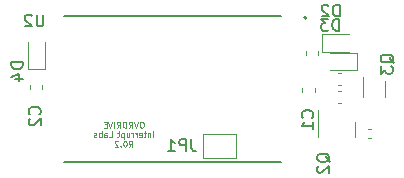
<source format=gbr>
%TF.GenerationSoftware,KiCad,Pcbnew,(7.0.0)*%
%TF.CreationDate,2023-03-08T14:18:51-08:00*%
%TF.ProjectId,ovrdrive,6f767264-7269-4766-952e-6b696361645f,rev?*%
%TF.SameCoordinates,Original*%
%TF.FileFunction,Legend,Bot*%
%TF.FilePolarity,Positive*%
%FSLAX46Y46*%
G04 Gerber Fmt 4.6, Leading zero omitted, Abs format (unit mm)*
G04 Created by KiCad (PCBNEW (7.0.0)) date 2023-03-08 14:18:51*
%MOMM*%
%LPD*%
G01*
G04 APERTURE LIST*
%ADD10C,0.125000*%
%ADD11C,0.150000*%
%ADD12C,0.120000*%
%ADD13C,0.200000*%
%ADD14C,0.127000*%
G04 APERTURE END LIST*
D10*
X122871428Y-106973690D02*
X122776190Y-106973690D01*
X122776190Y-106973690D02*
X122728571Y-106997500D01*
X122728571Y-106997500D02*
X122680952Y-107045119D01*
X122680952Y-107045119D02*
X122657142Y-107140357D01*
X122657142Y-107140357D02*
X122657142Y-107307023D01*
X122657142Y-107307023D02*
X122680952Y-107402261D01*
X122680952Y-107402261D02*
X122728571Y-107449880D01*
X122728571Y-107449880D02*
X122776190Y-107473690D01*
X122776190Y-107473690D02*
X122871428Y-107473690D01*
X122871428Y-107473690D02*
X122919047Y-107449880D01*
X122919047Y-107449880D02*
X122966666Y-107402261D01*
X122966666Y-107402261D02*
X122990475Y-107307023D01*
X122990475Y-107307023D02*
X122990475Y-107140357D01*
X122990475Y-107140357D02*
X122966666Y-107045119D01*
X122966666Y-107045119D02*
X122919047Y-106997500D01*
X122919047Y-106997500D02*
X122871428Y-106973690D01*
X122514284Y-106973690D02*
X122347618Y-107473690D01*
X122347618Y-107473690D02*
X122180951Y-106973690D01*
X121728571Y-107473690D02*
X121895237Y-107235595D01*
X122014285Y-107473690D02*
X122014285Y-106973690D01*
X122014285Y-106973690D02*
X121823809Y-106973690D01*
X121823809Y-106973690D02*
X121776190Y-106997500D01*
X121776190Y-106997500D02*
X121752380Y-107021309D01*
X121752380Y-107021309D02*
X121728571Y-107068928D01*
X121728571Y-107068928D02*
X121728571Y-107140357D01*
X121728571Y-107140357D02*
X121752380Y-107187976D01*
X121752380Y-107187976D02*
X121776190Y-107211785D01*
X121776190Y-107211785D02*
X121823809Y-107235595D01*
X121823809Y-107235595D02*
X122014285Y-107235595D01*
X121514285Y-107473690D02*
X121514285Y-106973690D01*
X121514285Y-106973690D02*
X121395237Y-106973690D01*
X121395237Y-106973690D02*
X121323809Y-106997500D01*
X121323809Y-106997500D02*
X121276190Y-107045119D01*
X121276190Y-107045119D02*
X121252380Y-107092738D01*
X121252380Y-107092738D02*
X121228571Y-107187976D01*
X121228571Y-107187976D02*
X121228571Y-107259404D01*
X121228571Y-107259404D02*
X121252380Y-107354642D01*
X121252380Y-107354642D02*
X121276190Y-107402261D01*
X121276190Y-107402261D02*
X121323809Y-107449880D01*
X121323809Y-107449880D02*
X121395237Y-107473690D01*
X121395237Y-107473690D02*
X121514285Y-107473690D01*
X120728571Y-107473690D02*
X120895237Y-107235595D01*
X121014285Y-107473690D02*
X121014285Y-106973690D01*
X121014285Y-106973690D02*
X120823809Y-106973690D01*
X120823809Y-106973690D02*
X120776190Y-106997500D01*
X120776190Y-106997500D02*
X120752380Y-107021309D01*
X120752380Y-107021309D02*
X120728571Y-107068928D01*
X120728571Y-107068928D02*
X120728571Y-107140357D01*
X120728571Y-107140357D02*
X120752380Y-107187976D01*
X120752380Y-107187976D02*
X120776190Y-107211785D01*
X120776190Y-107211785D02*
X120823809Y-107235595D01*
X120823809Y-107235595D02*
X121014285Y-107235595D01*
X120514285Y-107473690D02*
X120514285Y-106973690D01*
X120347618Y-106973690D02*
X120180952Y-107473690D01*
X120180952Y-107473690D02*
X120014285Y-106973690D01*
X119847619Y-107211785D02*
X119680952Y-107211785D01*
X119609524Y-107473690D02*
X119847619Y-107473690D01*
X119847619Y-107473690D02*
X119847619Y-106973690D01*
X119847619Y-106973690D02*
X119609524Y-106973690D01*
X123795237Y-108283690D02*
X123795237Y-107783690D01*
X123557142Y-107950357D02*
X123557142Y-108283690D01*
X123557142Y-107997976D02*
X123533332Y-107974166D01*
X123533332Y-107974166D02*
X123485713Y-107950357D01*
X123485713Y-107950357D02*
X123414285Y-107950357D01*
X123414285Y-107950357D02*
X123366666Y-107974166D01*
X123366666Y-107974166D02*
X123342856Y-108021785D01*
X123342856Y-108021785D02*
X123342856Y-108283690D01*
X123176189Y-107950357D02*
X122985713Y-107950357D01*
X123104761Y-107783690D02*
X123104761Y-108212261D01*
X123104761Y-108212261D02*
X123080951Y-108259880D01*
X123080951Y-108259880D02*
X123033332Y-108283690D01*
X123033332Y-108283690D02*
X122985713Y-108283690D01*
X122628571Y-108259880D02*
X122676190Y-108283690D01*
X122676190Y-108283690D02*
X122771428Y-108283690D01*
X122771428Y-108283690D02*
X122819047Y-108259880D01*
X122819047Y-108259880D02*
X122842856Y-108212261D01*
X122842856Y-108212261D02*
X122842856Y-108021785D01*
X122842856Y-108021785D02*
X122819047Y-107974166D01*
X122819047Y-107974166D02*
X122771428Y-107950357D01*
X122771428Y-107950357D02*
X122676190Y-107950357D01*
X122676190Y-107950357D02*
X122628571Y-107974166D01*
X122628571Y-107974166D02*
X122604761Y-108021785D01*
X122604761Y-108021785D02*
X122604761Y-108069404D01*
X122604761Y-108069404D02*
X122842856Y-108117023D01*
X122390476Y-108283690D02*
X122390476Y-107950357D01*
X122390476Y-108045595D02*
X122366666Y-107997976D01*
X122366666Y-107997976D02*
X122342857Y-107974166D01*
X122342857Y-107974166D02*
X122295238Y-107950357D01*
X122295238Y-107950357D02*
X122247619Y-107950357D01*
X122080952Y-108283690D02*
X122080952Y-107950357D01*
X122080952Y-108045595D02*
X122057142Y-107997976D01*
X122057142Y-107997976D02*
X122033333Y-107974166D01*
X122033333Y-107974166D02*
X121985714Y-107950357D01*
X121985714Y-107950357D02*
X121938095Y-107950357D01*
X121557142Y-107950357D02*
X121557142Y-108283690D01*
X121771428Y-107950357D02*
X121771428Y-108212261D01*
X121771428Y-108212261D02*
X121747618Y-108259880D01*
X121747618Y-108259880D02*
X121699999Y-108283690D01*
X121699999Y-108283690D02*
X121628571Y-108283690D01*
X121628571Y-108283690D02*
X121580952Y-108259880D01*
X121580952Y-108259880D02*
X121557142Y-108236071D01*
X121319047Y-107950357D02*
X121319047Y-108450357D01*
X121319047Y-107974166D02*
X121271428Y-107950357D01*
X121271428Y-107950357D02*
X121176190Y-107950357D01*
X121176190Y-107950357D02*
X121128571Y-107974166D01*
X121128571Y-107974166D02*
X121104761Y-107997976D01*
X121104761Y-107997976D02*
X121080952Y-108045595D01*
X121080952Y-108045595D02*
X121080952Y-108188452D01*
X121080952Y-108188452D02*
X121104761Y-108236071D01*
X121104761Y-108236071D02*
X121128571Y-108259880D01*
X121128571Y-108259880D02*
X121176190Y-108283690D01*
X121176190Y-108283690D02*
X121271428Y-108283690D01*
X121271428Y-108283690D02*
X121319047Y-108259880D01*
X120938094Y-107950357D02*
X120747618Y-107950357D01*
X120866666Y-107783690D02*
X120866666Y-108212261D01*
X120866666Y-108212261D02*
X120842856Y-108259880D01*
X120842856Y-108259880D02*
X120795237Y-108283690D01*
X120795237Y-108283690D02*
X120747618Y-108283690D01*
X120042857Y-108283690D02*
X120280952Y-108283690D01*
X120280952Y-108283690D02*
X120280952Y-107783690D01*
X119661904Y-108283690D02*
X119661904Y-108021785D01*
X119661904Y-108021785D02*
X119685714Y-107974166D01*
X119685714Y-107974166D02*
X119733333Y-107950357D01*
X119733333Y-107950357D02*
X119828571Y-107950357D01*
X119828571Y-107950357D02*
X119876190Y-107974166D01*
X119661904Y-108259880D02*
X119709523Y-108283690D01*
X119709523Y-108283690D02*
X119828571Y-108283690D01*
X119828571Y-108283690D02*
X119876190Y-108259880D01*
X119876190Y-108259880D02*
X119899999Y-108212261D01*
X119899999Y-108212261D02*
X119899999Y-108164642D01*
X119899999Y-108164642D02*
X119876190Y-108117023D01*
X119876190Y-108117023D02*
X119828571Y-108093214D01*
X119828571Y-108093214D02*
X119709523Y-108093214D01*
X119709523Y-108093214D02*
X119661904Y-108069404D01*
X119423809Y-108283690D02*
X119423809Y-107783690D01*
X119423809Y-107974166D02*
X119376190Y-107950357D01*
X119376190Y-107950357D02*
X119280952Y-107950357D01*
X119280952Y-107950357D02*
X119233333Y-107974166D01*
X119233333Y-107974166D02*
X119209523Y-107997976D01*
X119209523Y-107997976D02*
X119185714Y-108045595D01*
X119185714Y-108045595D02*
X119185714Y-108188452D01*
X119185714Y-108188452D02*
X119209523Y-108236071D01*
X119209523Y-108236071D02*
X119233333Y-108259880D01*
X119233333Y-108259880D02*
X119280952Y-108283690D01*
X119280952Y-108283690D02*
X119376190Y-108283690D01*
X119376190Y-108283690D02*
X119423809Y-108259880D01*
X118995237Y-108259880D02*
X118947618Y-108283690D01*
X118947618Y-108283690D02*
X118852380Y-108283690D01*
X118852380Y-108283690D02*
X118804761Y-108259880D01*
X118804761Y-108259880D02*
X118780952Y-108212261D01*
X118780952Y-108212261D02*
X118780952Y-108188452D01*
X118780952Y-108188452D02*
X118804761Y-108140833D01*
X118804761Y-108140833D02*
X118852380Y-108117023D01*
X118852380Y-108117023D02*
X118923809Y-108117023D01*
X118923809Y-108117023D02*
X118971428Y-108093214D01*
X118971428Y-108093214D02*
X118995237Y-108045595D01*
X118995237Y-108045595D02*
X118995237Y-108021785D01*
X118995237Y-108021785D02*
X118971428Y-107974166D01*
X118971428Y-107974166D02*
X118923809Y-107950357D01*
X118923809Y-107950357D02*
X118852380Y-107950357D01*
X118852380Y-107950357D02*
X118804761Y-107974166D01*
X121740475Y-109093690D02*
X121907141Y-108855595D01*
X122026189Y-109093690D02*
X122026189Y-108593690D01*
X122026189Y-108593690D02*
X121835713Y-108593690D01*
X121835713Y-108593690D02*
X121788094Y-108617500D01*
X121788094Y-108617500D02*
X121764284Y-108641309D01*
X121764284Y-108641309D02*
X121740475Y-108688928D01*
X121740475Y-108688928D02*
X121740475Y-108760357D01*
X121740475Y-108760357D02*
X121764284Y-108807976D01*
X121764284Y-108807976D02*
X121788094Y-108831785D01*
X121788094Y-108831785D02*
X121835713Y-108855595D01*
X121835713Y-108855595D02*
X122026189Y-108855595D01*
X121430951Y-108593690D02*
X121383332Y-108593690D01*
X121383332Y-108593690D02*
X121335713Y-108617500D01*
X121335713Y-108617500D02*
X121311903Y-108641309D01*
X121311903Y-108641309D02*
X121288094Y-108688928D01*
X121288094Y-108688928D02*
X121264284Y-108784166D01*
X121264284Y-108784166D02*
X121264284Y-108903214D01*
X121264284Y-108903214D02*
X121288094Y-108998452D01*
X121288094Y-108998452D02*
X121311903Y-109046071D01*
X121311903Y-109046071D02*
X121335713Y-109069880D01*
X121335713Y-109069880D02*
X121383332Y-109093690D01*
X121383332Y-109093690D02*
X121430951Y-109093690D01*
X121430951Y-109093690D02*
X121478570Y-109069880D01*
X121478570Y-109069880D02*
X121502379Y-109046071D01*
X121502379Y-109046071D02*
X121526189Y-108998452D01*
X121526189Y-108998452D02*
X121549998Y-108903214D01*
X121549998Y-108903214D02*
X121549998Y-108784166D01*
X121549998Y-108784166D02*
X121526189Y-108688928D01*
X121526189Y-108688928D02*
X121502379Y-108641309D01*
X121502379Y-108641309D02*
X121478570Y-108617500D01*
X121478570Y-108617500D02*
X121430951Y-108593690D01*
X121049999Y-109046071D02*
X121026189Y-109069880D01*
X121026189Y-109069880D02*
X121049999Y-109093690D01*
X121049999Y-109093690D02*
X121073808Y-109069880D01*
X121073808Y-109069880D02*
X121049999Y-109046071D01*
X121049999Y-109046071D02*
X121049999Y-109093690D01*
X120835713Y-108641309D02*
X120811904Y-108617500D01*
X120811904Y-108617500D02*
X120764285Y-108593690D01*
X120764285Y-108593690D02*
X120645237Y-108593690D01*
X120645237Y-108593690D02*
X120597618Y-108617500D01*
X120597618Y-108617500D02*
X120573809Y-108641309D01*
X120573809Y-108641309D02*
X120549999Y-108688928D01*
X120549999Y-108688928D02*
X120549999Y-108736547D01*
X120549999Y-108736547D02*
X120573809Y-108807976D01*
X120573809Y-108807976D02*
X120859523Y-109093690D01*
X120859523Y-109093690D02*
X120549999Y-109093690D01*
D11*
%TO.C,D2*%
X139588094Y-98067380D02*
X139588094Y-97067380D01*
X139588094Y-97067380D02*
X139349999Y-97067380D01*
X139349999Y-97067380D02*
X139207142Y-97115000D01*
X139207142Y-97115000D02*
X139111904Y-97210238D01*
X139111904Y-97210238D02*
X139064285Y-97305476D01*
X139064285Y-97305476D02*
X139016666Y-97495952D01*
X139016666Y-97495952D02*
X139016666Y-97638809D01*
X139016666Y-97638809D02*
X139064285Y-97829285D01*
X139064285Y-97829285D02*
X139111904Y-97924523D01*
X139111904Y-97924523D02*
X139207142Y-98019761D01*
X139207142Y-98019761D02*
X139349999Y-98067380D01*
X139349999Y-98067380D02*
X139588094Y-98067380D01*
X138635713Y-97162619D02*
X138588094Y-97115000D01*
X138588094Y-97115000D02*
X138492856Y-97067380D01*
X138492856Y-97067380D02*
X138254761Y-97067380D01*
X138254761Y-97067380D02*
X138159523Y-97115000D01*
X138159523Y-97115000D02*
X138111904Y-97162619D01*
X138111904Y-97162619D02*
X138064285Y-97257857D01*
X138064285Y-97257857D02*
X138064285Y-97353095D01*
X138064285Y-97353095D02*
X138111904Y-97495952D01*
X138111904Y-97495952D02*
X138683332Y-98067380D01*
X138683332Y-98067380D02*
X138064285Y-98067380D01*
%TO.C,C2*%
X114172142Y-106333333D02*
X114219761Y-106285714D01*
X114219761Y-106285714D02*
X114267380Y-106142857D01*
X114267380Y-106142857D02*
X114267380Y-106047619D01*
X114267380Y-106047619D02*
X114219761Y-105904762D01*
X114219761Y-105904762D02*
X114124523Y-105809524D01*
X114124523Y-105809524D02*
X114029285Y-105761905D01*
X114029285Y-105761905D02*
X113838809Y-105714286D01*
X113838809Y-105714286D02*
X113695952Y-105714286D01*
X113695952Y-105714286D02*
X113505476Y-105761905D01*
X113505476Y-105761905D02*
X113410238Y-105809524D01*
X113410238Y-105809524D02*
X113315000Y-105904762D01*
X113315000Y-105904762D02*
X113267380Y-106047619D01*
X113267380Y-106047619D02*
X113267380Y-106142857D01*
X113267380Y-106142857D02*
X113315000Y-106285714D01*
X113315000Y-106285714D02*
X113362619Y-106333333D01*
X113362619Y-106714286D02*
X113315000Y-106761905D01*
X113315000Y-106761905D02*
X113267380Y-106857143D01*
X113267380Y-106857143D02*
X113267380Y-107095238D01*
X113267380Y-107095238D02*
X113315000Y-107190476D01*
X113315000Y-107190476D02*
X113362619Y-107238095D01*
X113362619Y-107238095D02*
X113457857Y-107285714D01*
X113457857Y-107285714D02*
X113553095Y-107285714D01*
X113553095Y-107285714D02*
X113695952Y-107238095D01*
X113695952Y-107238095D02*
X114267380Y-106666667D01*
X114267380Y-106666667D02*
X114267380Y-107285714D01*
%TO.C,JP1*%
X127033333Y-108467380D02*
X127033333Y-109181666D01*
X127033333Y-109181666D02*
X127080952Y-109324523D01*
X127080952Y-109324523D02*
X127176190Y-109419761D01*
X127176190Y-109419761D02*
X127319047Y-109467380D01*
X127319047Y-109467380D02*
X127414285Y-109467380D01*
X126557142Y-109467380D02*
X126557142Y-108467380D01*
X126557142Y-108467380D02*
X126176190Y-108467380D01*
X126176190Y-108467380D02*
X126080952Y-108515000D01*
X126080952Y-108515000D02*
X126033333Y-108562619D01*
X126033333Y-108562619D02*
X125985714Y-108657857D01*
X125985714Y-108657857D02*
X125985714Y-108800714D01*
X125985714Y-108800714D02*
X126033333Y-108895952D01*
X126033333Y-108895952D02*
X126080952Y-108943571D01*
X126080952Y-108943571D02*
X126176190Y-108991190D01*
X126176190Y-108991190D02*
X126557142Y-108991190D01*
X125033333Y-109467380D02*
X125604761Y-109467380D01*
X125319047Y-109467380D02*
X125319047Y-108467380D01*
X125319047Y-108467380D02*
X125414285Y-108610238D01*
X125414285Y-108610238D02*
X125509523Y-108705476D01*
X125509523Y-108705476D02*
X125604761Y-108753095D01*
%TO.C,C1*%
X137272142Y-106633333D02*
X137319761Y-106585714D01*
X137319761Y-106585714D02*
X137367380Y-106442857D01*
X137367380Y-106442857D02*
X137367380Y-106347619D01*
X137367380Y-106347619D02*
X137319761Y-106204762D01*
X137319761Y-106204762D02*
X137224523Y-106109524D01*
X137224523Y-106109524D02*
X137129285Y-106061905D01*
X137129285Y-106061905D02*
X136938809Y-106014286D01*
X136938809Y-106014286D02*
X136795952Y-106014286D01*
X136795952Y-106014286D02*
X136605476Y-106061905D01*
X136605476Y-106061905D02*
X136510238Y-106109524D01*
X136510238Y-106109524D02*
X136415000Y-106204762D01*
X136415000Y-106204762D02*
X136367380Y-106347619D01*
X136367380Y-106347619D02*
X136367380Y-106442857D01*
X136367380Y-106442857D02*
X136415000Y-106585714D01*
X136415000Y-106585714D02*
X136462619Y-106633333D01*
X137367380Y-107585714D02*
X137367380Y-107014286D01*
X137367380Y-107300000D02*
X136367380Y-107300000D01*
X136367380Y-107300000D02*
X136510238Y-107204762D01*
X136510238Y-107204762D02*
X136605476Y-107109524D01*
X136605476Y-107109524D02*
X136653095Y-107014286D01*
%TO.C,Q3*%
X144162619Y-102004761D02*
X144115000Y-101909523D01*
X144115000Y-101909523D02*
X144019761Y-101814285D01*
X144019761Y-101814285D02*
X143876904Y-101671428D01*
X143876904Y-101671428D02*
X143829285Y-101576190D01*
X143829285Y-101576190D02*
X143829285Y-101480952D01*
X144067380Y-101528571D02*
X144019761Y-101433333D01*
X144019761Y-101433333D02*
X143924523Y-101338095D01*
X143924523Y-101338095D02*
X143734047Y-101290476D01*
X143734047Y-101290476D02*
X143400714Y-101290476D01*
X143400714Y-101290476D02*
X143210238Y-101338095D01*
X143210238Y-101338095D02*
X143115000Y-101433333D01*
X143115000Y-101433333D02*
X143067380Y-101528571D01*
X143067380Y-101528571D02*
X143067380Y-101719047D01*
X143067380Y-101719047D02*
X143115000Y-101814285D01*
X143115000Y-101814285D02*
X143210238Y-101909523D01*
X143210238Y-101909523D02*
X143400714Y-101957142D01*
X143400714Y-101957142D02*
X143734047Y-101957142D01*
X143734047Y-101957142D02*
X143924523Y-101909523D01*
X143924523Y-101909523D02*
X144019761Y-101814285D01*
X144019761Y-101814285D02*
X144067380Y-101719047D01*
X144067380Y-101719047D02*
X144067380Y-101528571D01*
X143067380Y-102290476D02*
X143067380Y-102909523D01*
X143067380Y-102909523D02*
X143448333Y-102576190D01*
X143448333Y-102576190D02*
X143448333Y-102719047D01*
X143448333Y-102719047D02*
X143495952Y-102814285D01*
X143495952Y-102814285D02*
X143543571Y-102861904D01*
X143543571Y-102861904D02*
X143638809Y-102909523D01*
X143638809Y-102909523D02*
X143876904Y-102909523D01*
X143876904Y-102909523D02*
X143972142Y-102861904D01*
X143972142Y-102861904D02*
X144019761Y-102814285D01*
X144019761Y-102814285D02*
X144067380Y-102719047D01*
X144067380Y-102719047D02*
X144067380Y-102433333D01*
X144067380Y-102433333D02*
X144019761Y-102338095D01*
X144019761Y-102338095D02*
X143972142Y-102290476D01*
%TO.C,D4*%
X112767380Y-101961905D02*
X111767380Y-101961905D01*
X111767380Y-101961905D02*
X111767380Y-102200000D01*
X111767380Y-102200000D02*
X111815000Y-102342857D01*
X111815000Y-102342857D02*
X111910238Y-102438095D01*
X111910238Y-102438095D02*
X112005476Y-102485714D01*
X112005476Y-102485714D02*
X112195952Y-102533333D01*
X112195952Y-102533333D02*
X112338809Y-102533333D01*
X112338809Y-102533333D02*
X112529285Y-102485714D01*
X112529285Y-102485714D02*
X112624523Y-102438095D01*
X112624523Y-102438095D02*
X112719761Y-102342857D01*
X112719761Y-102342857D02*
X112767380Y-102200000D01*
X112767380Y-102200000D02*
X112767380Y-101961905D01*
X112100714Y-103390476D02*
X112767380Y-103390476D01*
X111719761Y-103152381D02*
X112434047Y-102914286D01*
X112434047Y-102914286D02*
X112434047Y-103533333D01*
%TO.C,U2*%
X114511904Y-97917380D02*
X114511904Y-98726904D01*
X114511904Y-98726904D02*
X114464285Y-98822142D01*
X114464285Y-98822142D02*
X114416666Y-98869761D01*
X114416666Y-98869761D02*
X114321428Y-98917380D01*
X114321428Y-98917380D02*
X114130952Y-98917380D01*
X114130952Y-98917380D02*
X114035714Y-98869761D01*
X114035714Y-98869761D02*
X113988095Y-98822142D01*
X113988095Y-98822142D02*
X113940476Y-98726904D01*
X113940476Y-98726904D02*
X113940476Y-97917380D01*
X113511904Y-98012619D02*
X113464285Y-97965000D01*
X113464285Y-97965000D02*
X113369047Y-97917380D01*
X113369047Y-97917380D02*
X113130952Y-97917380D01*
X113130952Y-97917380D02*
X113035714Y-97965000D01*
X113035714Y-97965000D02*
X112988095Y-98012619D01*
X112988095Y-98012619D02*
X112940476Y-98107857D01*
X112940476Y-98107857D02*
X112940476Y-98203095D01*
X112940476Y-98203095D02*
X112988095Y-98345952D01*
X112988095Y-98345952D02*
X113559523Y-98917380D01*
X113559523Y-98917380D02*
X112940476Y-98917380D01*
%TO.C,Q2*%
X138762619Y-110404761D02*
X138715000Y-110309523D01*
X138715000Y-110309523D02*
X138619761Y-110214285D01*
X138619761Y-110214285D02*
X138476904Y-110071428D01*
X138476904Y-110071428D02*
X138429285Y-109976190D01*
X138429285Y-109976190D02*
X138429285Y-109880952D01*
X138667380Y-109928571D02*
X138619761Y-109833333D01*
X138619761Y-109833333D02*
X138524523Y-109738095D01*
X138524523Y-109738095D02*
X138334047Y-109690476D01*
X138334047Y-109690476D02*
X138000714Y-109690476D01*
X138000714Y-109690476D02*
X137810238Y-109738095D01*
X137810238Y-109738095D02*
X137715000Y-109833333D01*
X137715000Y-109833333D02*
X137667380Y-109928571D01*
X137667380Y-109928571D02*
X137667380Y-110119047D01*
X137667380Y-110119047D02*
X137715000Y-110214285D01*
X137715000Y-110214285D02*
X137810238Y-110309523D01*
X137810238Y-110309523D02*
X138000714Y-110357142D01*
X138000714Y-110357142D02*
X138334047Y-110357142D01*
X138334047Y-110357142D02*
X138524523Y-110309523D01*
X138524523Y-110309523D02*
X138619761Y-110214285D01*
X138619761Y-110214285D02*
X138667380Y-110119047D01*
X138667380Y-110119047D02*
X138667380Y-109928571D01*
X137762619Y-110738095D02*
X137715000Y-110785714D01*
X137715000Y-110785714D02*
X137667380Y-110880952D01*
X137667380Y-110880952D02*
X137667380Y-111119047D01*
X137667380Y-111119047D02*
X137715000Y-111214285D01*
X137715000Y-111214285D02*
X137762619Y-111261904D01*
X137762619Y-111261904D02*
X137857857Y-111309523D01*
X137857857Y-111309523D02*
X137953095Y-111309523D01*
X137953095Y-111309523D02*
X138095952Y-111261904D01*
X138095952Y-111261904D02*
X138667380Y-110690476D01*
X138667380Y-110690476D02*
X138667380Y-111309523D01*
%TO.C,D3*%
X139538094Y-99267380D02*
X139538094Y-98267380D01*
X139538094Y-98267380D02*
X139299999Y-98267380D01*
X139299999Y-98267380D02*
X139157142Y-98315000D01*
X139157142Y-98315000D02*
X139061904Y-98410238D01*
X139061904Y-98410238D02*
X139014285Y-98505476D01*
X139014285Y-98505476D02*
X138966666Y-98695952D01*
X138966666Y-98695952D02*
X138966666Y-98838809D01*
X138966666Y-98838809D02*
X139014285Y-99029285D01*
X139014285Y-99029285D02*
X139061904Y-99124523D01*
X139061904Y-99124523D02*
X139157142Y-99219761D01*
X139157142Y-99219761D02*
X139299999Y-99267380D01*
X139299999Y-99267380D02*
X139538094Y-99267380D01*
X138633332Y-98267380D02*
X138014285Y-98267380D01*
X138014285Y-98267380D02*
X138347618Y-98648333D01*
X138347618Y-98648333D02*
X138204761Y-98648333D01*
X138204761Y-98648333D02*
X138109523Y-98695952D01*
X138109523Y-98695952D02*
X138061904Y-98743571D01*
X138061904Y-98743571D02*
X138014285Y-98838809D01*
X138014285Y-98838809D02*
X138014285Y-99076904D01*
X138014285Y-99076904D02*
X138061904Y-99172142D01*
X138061904Y-99172142D02*
X138109523Y-99219761D01*
X138109523Y-99219761D02*
X138204761Y-99267380D01*
X138204761Y-99267380D02*
X138490475Y-99267380D01*
X138490475Y-99267380D02*
X138585713Y-99219761D01*
X138585713Y-99219761D02*
X138633332Y-99172142D01*
D12*
%TO.C,D2*%
X138115000Y-99565000D02*
X140400000Y-99565000D01*
X138115000Y-101035000D02*
X138115000Y-99565000D01*
X140400000Y-101035000D02*
X138115000Y-101035000D01*
%TO.C,C2*%
X114410000Y-103909420D02*
X114410000Y-104190580D01*
X113390000Y-103909420D02*
X113390000Y-104190580D01*
%TO.C,JP1*%
X128050000Y-108050000D02*
X128050000Y-110050000D01*
X128050000Y-110050000D02*
X130850000Y-110050000D01*
X130850000Y-108050000D02*
X128050000Y-108050000D01*
X130850000Y-110050000D02*
X130850000Y-108050000D01*
%TO.C,C1*%
X136440000Y-104440580D02*
X136440000Y-104159420D01*
X137460000Y-104440580D02*
X137460000Y-104159420D01*
%TO.C,Q3*%
X141600000Y-103200000D02*
X141600000Y-104850000D01*
X143400000Y-104850000D02*
X143400000Y-103550000D01*
%TO.C,D4*%
X113165000Y-102485000D02*
X113165000Y-100200000D01*
X114635000Y-102485000D02*
X113165000Y-102485000D01*
X114635000Y-100200000D02*
X114635000Y-102485000D01*
%TO.C,R11*%
X142253641Y-108380000D02*
X141946359Y-108380000D01*
X142253641Y-107620000D02*
X141946359Y-107620000D01*
%TO.C,C3*%
X137760000Y-101009420D02*
X137760000Y-101290580D01*
X136740000Y-101009420D02*
X136740000Y-101290580D01*
D13*
%TO.C,U2*%
X136787500Y-98170000D02*
G75*
G03*
X136787500Y-98170000I-100000J0D01*
G01*
D14*
X134647500Y-97990000D02*
X116247500Y-97990000D01*
X134647500Y-110410000D02*
X116247500Y-110410000D01*
D12*
%TO.C,Q2*%
X140910000Y-107637500D02*
X140910000Y-106987500D01*
X140910000Y-107637500D02*
X140910000Y-108287500D01*
X137790000Y-107637500D02*
X137790000Y-105962500D01*
X137790000Y-107637500D02*
X137790000Y-108287500D01*
%TO.C,C14*%
X139740580Y-105410000D02*
X139459420Y-105410000D01*
X139740580Y-104390000D02*
X139459420Y-104390000D01*
%TO.C,C15*%
X139740580Y-103910000D02*
X139459420Y-103910000D01*
X139740580Y-102890000D02*
X139459420Y-102890000D01*
%TO.C,D3*%
X141085000Y-102635000D02*
X138800000Y-102635000D01*
X141085000Y-101165000D02*
X141085000Y-102635000D01*
X138800000Y-101165000D02*
X141085000Y-101165000D01*
%TD*%
M02*

</source>
